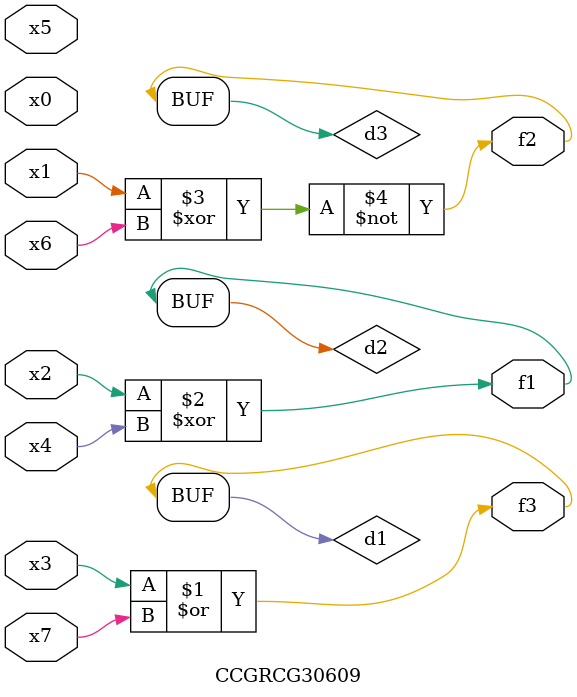
<source format=v>
module CCGRCG30609(
	input x0, x1, x2, x3, x4, x5, x6, x7,
	output f1, f2, f3
);

	wire d1, d2, d3;

	or (d1, x3, x7);
	xor (d2, x2, x4);
	xnor (d3, x1, x6);
	assign f1 = d2;
	assign f2 = d3;
	assign f3 = d1;
endmodule

</source>
